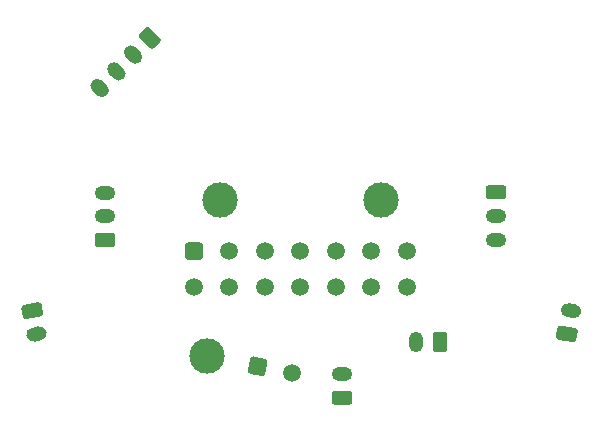
<source format=gbr>
%TF.GenerationSoftware,KiCad,Pcbnew,(5.1.9-0-10_14)*%
%TF.CreationDate,2021-09-12T17:19:37+02:00*%
%TF.ProjectId,v0_miniAB_pancake_board,76305f6d-696e-4694-9142-5f70616e6361,rev?*%
%TF.SameCoordinates,Original*%
%TF.FileFunction,Soldermask,Bot*%
%TF.FilePolarity,Negative*%
%FSLAX46Y46*%
G04 Gerber Fmt 4.6, Leading zero omitted, Abs format (unit mm)*
G04 Created by KiCad (PCBNEW (5.1.9-0-10_14)) date 2021-09-12 17:19:37*
%MOMM*%
%LPD*%
G01*
G04 APERTURE LIST*
%ADD10C,1.500000*%
%ADD11C,3.000000*%
%ADD12O,1.750000X1.200000*%
%ADD13O,1.200000X1.750000*%
G04 APERTURE END LIST*
D10*
%TO.C,J9*%
X108880000Y-103990000D03*
X105880000Y-103990000D03*
X102880000Y-103990000D03*
X99880000Y-103990000D03*
X96880000Y-103990000D03*
X93880000Y-103990000D03*
X90880000Y-103990000D03*
X108880000Y-100990000D03*
X105880000Y-100990000D03*
X102880000Y-100990000D03*
X99880000Y-100990000D03*
X96880000Y-100990000D03*
X93880000Y-100990000D03*
G36*
G01*
X90130000Y-101490000D02*
X90130000Y-100490000D01*
G75*
G02*
X90380000Y-100240000I250000J0D01*
G01*
X91380000Y-100240000D01*
G75*
G02*
X91630000Y-100490000I0J-250000D01*
G01*
X91630000Y-101490000D01*
G75*
G02*
X91380000Y-101740000I-250000J0D01*
G01*
X90380000Y-101740000D01*
G75*
G02*
X90130000Y-101490000I0J250000D01*
G01*
G37*
D11*
X106740000Y-96670000D03*
X93040000Y-96670000D03*
%TD*%
D12*
%TO.C,J8*%
X83350000Y-96040000D03*
X83350000Y-98040000D03*
G36*
G01*
X83975001Y-100640000D02*
X82724999Y-100640000D01*
G75*
G02*
X82475000Y-100390001I0J249999D01*
G01*
X82475000Y-99689999D01*
G75*
G02*
X82724999Y-99440000I249999J0D01*
G01*
X83975001Y-99440000D01*
G75*
G02*
X84225000Y-99689999I0J-249999D01*
G01*
X84225000Y-100390001D01*
G75*
G02*
X83975001Y-100640000I-249999J0D01*
G01*
G37*
%TD*%
%TO.C,J7*%
X116450000Y-100000000D03*
X116450000Y-98000000D03*
G36*
G01*
X115824999Y-95400000D02*
X117075001Y-95400000D01*
G75*
G02*
X117325000Y-95649999I0J-249999D01*
G01*
X117325000Y-96350001D01*
G75*
G02*
X117075001Y-96600000I-249999J0D01*
G01*
X115824999Y-96600000D01*
G75*
G02*
X115575000Y-96350001I0J249999D01*
G01*
X115575000Y-95649999D01*
G75*
G02*
X115824999Y-95400000I249999J0D01*
G01*
G37*
%TD*%
D13*
%TO.C,J6*%
X109710000Y-108680000D03*
G36*
G01*
X112310000Y-108054999D02*
X112310000Y-109305001D01*
G75*
G02*
X112060001Y-109555000I-249999J0D01*
G01*
X111359999Y-109555000D01*
G75*
G02*
X111110000Y-109305001I0J249999D01*
G01*
X111110000Y-108054999D01*
G75*
G02*
X111359999Y-107805000I249999J0D01*
G01*
X112060001Y-107805000D01*
G75*
G02*
X112310000Y-108054999I0J-249999D01*
G01*
G37*
%TD*%
%TO.C,J5*%
G36*
G01*
X122963929Y-106669022D02*
X122422285Y-106573516D01*
G75*
G02*
X121935589Y-105878442I104189J590885D01*
G01*
X121935589Y-105878442D01*
G75*
G02*
X122630663Y-105391746I590885J-104189D01*
G01*
X123172307Y-105487252D01*
G75*
G02*
X123659003Y-106182326I-104189J-590885D01*
G01*
X123659003Y-106182326D01*
G75*
G02*
X122963929Y-106669022I-590885J104189D01*
G01*
G37*
G36*
G01*
X122961317Y-108699415D02*
X121730305Y-108482354D01*
G75*
G02*
X121527516Y-108192741I43412J246201D01*
G01*
X121649070Y-107503374D01*
G75*
G02*
X121938683Y-107300585I246201J-43412D01*
G01*
X123169695Y-107517646D01*
G75*
G02*
X123372484Y-107807259I-43412J-246201D01*
G01*
X123250930Y-108496626D01*
G75*
G02*
X122961317Y-108699415I-246201J43412D01*
G01*
G37*
%TD*%
%TO.C,J4*%
G36*
G01*
X77162285Y-107456484D02*
X77703929Y-107360978D01*
G75*
G02*
X78399003Y-107847674I104189J-590885D01*
G01*
X78399003Y-107847674D01*
G75*
G02*
X77912307Y-108542748I-590885J-104189D01*
G01*
X77370663Y-108638254D01*
G75*
G02*
X76675589Y-108151558I-104189J590885D01*
G01*
X76675589Y-108151558D01*
G75*
G02*
X77162285Y-107456484I590885J104189D01*
G01*
G37*
G36*
G01*
X76470305Y-105547646D02*
X77701317Y-105330585D01*
G75*
G02*
X77990930Y-105533374I43412J-246201D01*
G01*
X78112484Y-106222741D01*
G75*
G02*
X77909695Y-106512354I-246201J-43412D01*
G01*
X76678683Y-106729415D01*
G75*
G02*
X76389070Y-106526626I-43412J246201D01*
G01*
X76267516Y-105837259D01*
G75*
G02*
X76470305Y-105547646I246201J43412D01*
G01*
G37*
%TD*%
D12*
%TO.C,J3*%
X103420000Y-111400000D03*
G36*
G01*
X104045001Y-114000000D02*
X102794999Y-114000000D01*
G75*
G02*
X102545000Y-113750001I0J249999D01*
G01*
X102545000Y-113049999D01*
G75*
G02*
X102794999Y-112800000I249999J0D01*
G01*
X104045001Y-112800000D01*
G75*
G02*
X104295000Y-113049999I0J-249999D01*
G01*
X104295000Y-113750001D01*
G75*
G02*
X104045001Y-114000000I-249999J0D01*
G01*
G37*
%TD*%
D10*
%TO.C,J2*%
X99204882Y-111302427D03*
G36*
G01*
X96607707Y-111561625D02*
X95626080Y-111370816D01*
G75*
G02*
X95428375Y-111077707I47702J245407D01*
G01*
X95619184Y-110096080D01*
G75*
G02*
X95912293Y-109898375I245407J-47702D01*
G01*
X96893920Y-110089184D01*
G75*
G02*
X97091625Y-110382293I-47702J-245407D01*
G01*
X96900816Y-111363920D01*
G75*
G02*
X96607707Y-111561625I-245407J47702D01*
G01*
G37*
D11*
X92019371Y-109905705D03*
%TD*%
%TO.C,J1*%
G36*
G01*
X83117169Y-86553923D02*
X83506077Y-86942831D01*
G75*
G02*
X83506077Y-87791359I-424264J-424264D01*
G01*
X83506077Y-87791359D01*
G75*
G02*
X82657549Y-87791359I-424264J424264D01*
G01*
X82268641Y-87402451D01*
G75*
G02*
X82268641Y-86553923I424264J424264D01*
G01*
X82268641Y-86553923D01*
G75*
G02*
X83117169Y-86553923I424264J-424264D01*
G01*
G37*
G36*
G01*
X84531383Y-85139709D02*
X84920291Y-85528617D01*
G75*
G02*
X84920291Y-86377145I-424264J-424264D01*
G01*
X84920291Y-86377145D01*
G75*
G02*
X84071763Y-86377145I-424264J424264D01*
G01*
X83682855Y-85988237D01*
G75*
G02*
X83682855Y-85139709I424264J424264D01*
G01*
X83682855Y-85139709D01*
G75*
G02*
X84531383Y-85139709I424264J-424264D01*
G01*
G37*
G36*
G01*
X85945596Y-83725496D02*
X86334504Y-84114404D01*
G75*
G02*
X86334504Y-84962932I-424264J-424264D01*
G01*
X86334504Y-84962932D01*
G75*
G02*
X85485976Y-84962932I-424264J424264D01*
G01*
X85097068Y-84574024D01*
G75*
G02*
X85097068Y-83725496I424264J424264D01*
G01*
X85097068Y-83725496D01*
G75*
G02*
X85945596Y-83725496I424264J-424264D01*
G01*
G37*
G36*
G01*
X87112322Y-82063793D02*
X87996207Y-82947678D01*
G75*
G02*
X87996207Y-83301230I-176776J-176776D01*
G01*
X87501230Y-83796207D01*
G75*
G02*
X87147678Y-83796207I-176776J176776D01*
G01*
X86263793Y-82912322D01*
G75*
G02*
X86263793Y-82558770I176776J176776D01*
G01*
X86758770Y-82063793D01*
G75*
G02*
X87112322Y-82063793I176776J-176776D01*
G01*
G37*
%TD*%
M02*

</source>
